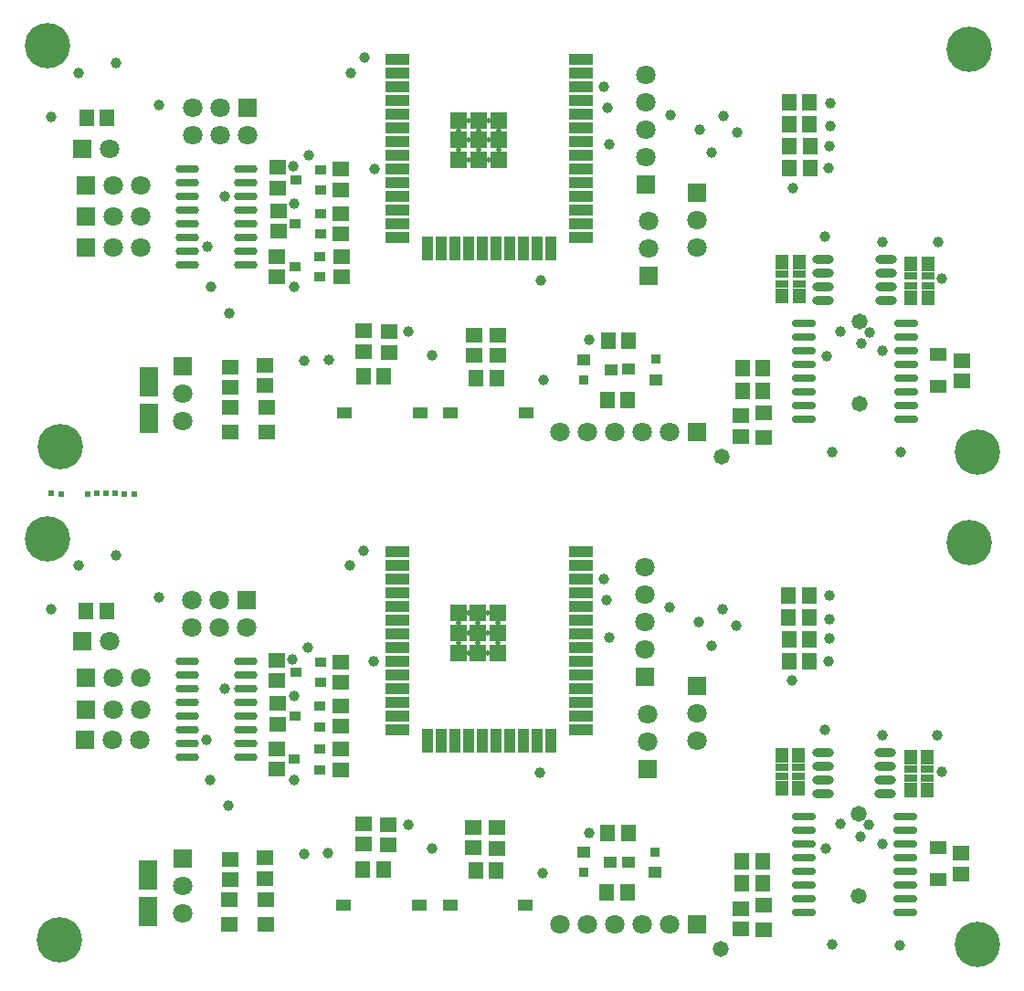
<source format=gts>
G04*
G04 #@! TF.GenerationSoftware,Altium Limited,Altium Designer,21.2.1 (34)*
G04*
G04 Layer_Color=8388736*
%FSTAX24Y24*%
%MOIN*%
G70*
G04*
G04 #@! TF.SameCoordinates,4836809B-9F31-4557-A587-2B421E0CA4AD*
G04*
G04*
G04 #@! TF.FilePolarity,Negative*
G04*
G01*
G75*
%ADD31R,0.0374X0.0354*%
%ADD36O,0.0867X0.0297*%
%ADD37R,0.0671X0.1064*%
%ADD38R,0.0631X0.0552*%
%ADD39R,0.0604X0.0604*%
%ADD40R,0.0867X0.0434*%
%ADD41R,0.0434X0.0867*%
%ADD42R,0.0552X0.0395*%
%ADD43R,0.0552X0.0631*%
%ADD44R,0.0631X0.0474*%
%ADD45R,0.0630X0.0580*%
%ADD46R,0.0434X0.0356*%
%ADD47R,0.0454X0.0434*%
%ADD48R,0.0474X0.0537*%
%ADD49R,0.0474X0.0280*%
%ADD50O,0.0789X0.0316*%
%ADD51O,0.0880X0.0297*%
%ADD52R,0.0710X0.0710*%
%ADD53C,0.0710*%
%ADD54C,0.0198*%
%ADD55R,0.0710X0.0710*%
%ADD56C,0.0237*%
%ADD57C,0.1655*%
%ADD58C,0.0395*%
%ADD59C,0.0580*%
D31*
X034082Y05079D02*
D03*
X036693Y051553D02*
D03*
X036677Y033573D02*
D03*
X034067Y032809D02*
D03*
D36*
X021732Y037024D02*
D03*
Y037524D02*
D03*
Y038024D02*
D03*
Y038524D02*
D03*
Y039024D02*
D03*
Y039524D02*
D03*
Y040024D02*
D03*
Y040524D02*
D03*
X019606Y037024D02*
D03*
Y037524D02*
D03*
Y038024D02*
D03*
Y038524D02*
D03*
Y039024D02*
D03*
Y039524D02*
D03*
Y040024D02*
D03*
Y040524D02*
D03*
X021748Y055004D02*
D03*
Y055504D02*
D03*
Y056004D02*
D03*
Y056504D02*
D03*
Y057004D02*
D03*
Y057504D02*
D03*
Y058004D02*
D03*
Y058504D02*
D03*
X019622Y055004D02*
D03*
Y055504D02*
D03*
Y056004D02*
D03*
Y056504D02*
D03*
Y057004D02*
D03*
Y057504D02*
D03*
Y058004D02*
D03*
Y058504D02*
D03*
D37*
X018189Y032738D02*
D03*
Y0314D02*
D03*
X018205Y050719D02*
D03*
Y04938D02*
D03*
D38*
X021181Y050524D02*
D03*
Y051272D02*
D03*
X02522Y058489D02*
D03*
Y057741D02*
D03*
X022894Y057807D02*
D03*
Y058555D02*
D03*
X02522Y056871D02*
D03*
Y056123D02*
D03*
X022925Y056213D02*
D03*
Y056961D02*
D03*
X02524Y055292D02*
D03*
Y054544D02*
D03*
X022885Y055308D02*
D03*
Y05456D02*
D03*
X026964Y052544D02*
D03*
Y051796D02*
D03*
X030059Y052441D02*
D03*
Y051693D02*
D03*
X030933Y051681D02*
D03*
Y052429D02*
D03*
X026051Y051831D02*
D03*
Y052579D02*
D03*
X022452Y051327D02*
D03*
Y050579D02*
D03*
X047866Y05075D02*
D03*
Y051498D02*
D03*
X039815Y049483D02*
D03*
Y048735D02*
D03*
X030917Y034449D02*
D03*
Y033701D02*
D03*
X030043Y033713D02*
D03*
Y034461D02*
D03*
X026948Y033816D02*
D03*
Y034564D02*
D03*
X02287Y036579D02*
D03*
Y037327D02*
D03*
X025224Y036564D02*
D03*
Y037312D02*
D03*
X02291Y03898D02*
D03*
Y038232D02*
D03*
X025204Y038142D02*
D03*
Y03889D02*
D03*
X022878Y040575D02*
D03*
Y039827D02*
D03*
X039799Y030754D02*
D03*
Y031502D02*
D03*
X04785Y033518D02*
D03*
Y03277D02*
D03*
X021165Y032544D02*
D03*
Y033292D02*
D03*
X022436Y032599D02*
D03*
Y033347D02*
D03*
X026036Y034599D02*
D03*
Y03385D02*
D03*
X025204Y03976D02*
D03*
Y040508D02*
D03*
D39*
X030962Y058821D02*
D03*
X030239D02*
D03*
X029517D02*
D03*
X030962Y059544D02*
D03*
X030239D02*
D03*
X029517D02*
D03*
X030962Y060266D02*
D03*
X030239D02*
D03*
X029517D02*
D03*
X029501Y042286D02*
D03*
X030223D02*
D03*
X030946D02*
D03*
X029501Y041564D02*
D03*
X030223D02*
D03*
X030946D02*
D03*
X029501Y040841D02*
D03*
X030223D02*
D03*
X030946D02*
D03*
D40*
X033979Y062497D02*
D03*
Y061997D02*
D03*
Y061497D02*
D03*
Y060997D02*
D03*
Y060497D02*
D03*
Y059997D02*
D03*
Y059497D02*
D03*
Y058997D02*
D03*
Y058497D02*
D03*
Y057997D02*
D03*
Y057497D02*
D03*
Y056997D02*
D03*
Y056497D02*
D03*
Y055997D02*
D03*
X027286D02*
D03*
Y056497D02*
D03*
Y056997D02*
D03*
Y057497D02*
D03*
Y057997D02*
D03*
Y058497D02*
D03*
Y058997D02*
D03*
Y059497D02*
D03*
Y059997D02*
D03*
Y060497D02*
D03*
Y060997D02*
D03*
Y061497D02*
D03*
Y061997D02*
D03*
Y062497D02*
D03*
X027271Y044516D02*
D03*
Y044016D02*
D03*
Y043516D02*
D03*
Y043016D02*
D03*
Y042516D02*
D03*
Y042016D02*
D03*
Y041516D02*
D03*
Y041016D02*
D03*
Y040516D02*
D03*
Y040016D02*
D03*
Y039516D02*
D03*
Y039016D02*
D03*
Y038516D02*
D03*
Y038016D02*
D03*
X033964D02*
D03*
Y038516D02*
D03*
Y039016D02*
D03*
Y039516D02*
D03*
Y040016D02*
D03*
Y040516D02*
D03*
Y041016D02*
D03*
Y041516D02*
D03*
Y042016D02*
D03*
Y042516D02*
D03*
Y043016D02*
D03*
Y043516D02*
D03*
Y044016D02*
D03*
Y044516D02*
D03*
D41*
X032883Y055603D02*
D03*
X032383D02*
D03*
X031883D02*
D03*
X031383D02*
D03*
X030883D02*
D03*
X030383D02*
D03*
X029883D02*
D03*
X029383D02*
D03*
X028883D02*
D03*
X028383D02*
D03*
X028367Y037623D02*
D03*
X028867D02*
D03*
X029367D02*
D03*
X029867D02*
D03*
X030367D02*
D03*
X030867D02*
D03*
X031367D02*
D03*
X031867D02*
D03*
X032367D02*
D03*
X032867D02*
D03*
D42*
X029208Y049597D02*
D03*
X031964D02*
D03*
X028094D02*
D03*
X025338D02*
D03*
X025323Y031616D02*
D03*
X028079D02*
D03*
X031949D02*
D03*
X029193D02*
D03*
D43*
X030144Y050866D02*
D03*
X030892D02*
D03*
X026777Y050918D02*
D03*
X026029D02*
D03*
X039862Y051211D02*
D03*
X04061D02*
D03*
X039862Y0504D02*
D03*
X04061D02*
D03*
X035683Y05007D02*
D03*
X034935D02*
D03*
X035719Y052227D02*
D03*
X034971D02*
D03*
X041577Y058516D02*
D03*
X042325D02*
D03*
X041579Y059315D02*
D03*
X042327D02*
D03*
X041561Y060118D02*
D03*
X042309D02*
D03*
X041561Y060918D02*
D03*
X042309D02*
D03*
X016675Y06035D02*
D03*
X015927D02*
D03*
X016659Y04237D02*
D03*
X015911D02*
D03*
X040594Y03242D02*
D03*
X039846D02*
D03*
X040594Y033231D02*
D03*
X039846D02*
D03*
X026013Y032938D02*
D03*
X026761D02*
D03*
X030876Y032885D02*
D03*
X030128D02*
D03*
X042294Y042937D02*
D03*
X041546D02*
D03*
X042294Y042138D02*
D03*
X041546D02*
D03*
X042311Y041335D02*
D03*
X041563D02*
D03*
X042309Y040536D02*
D03*
X041561D02*
D03*
X034955Y034247D02*
D03*
X035703D02*
D03*
X034919Y032089D02*
D03*
X035667D02*
D03*
D44*
X047008Y050548D02*
D03*
Y051709D02*
D03*
X046992Y033729D02*
D03*
Y032567D02*
D03*
D45*
X0225Y049804D02*
D03*
Y048904D02*
D03*
X021173Y049808D02*
D03*
Y048908D02*
D03*
X040653Y049589D02*
D03*
Y048689D02*
D03*
X040638Y030709D02*
D03*
Y031609D02*
D03*
X021157Y030927D02*
D03*
Y031827D02*
D03*
X022484Y030924D02*
D03*
Y031824D02*
D03*
D46*
X023575Y058101D02*
D03*
X02448Y057727D02*
D03*
Y058475D02*
D03*
X023555Y056494D02*
D03*
X02446Y05612D02*
D03*
Y056868D02*
D03*
X023539Y054927D02*
D03*
X024445Y054553D02*
D03*
Y055301D02*
D03*
X024429Y037321D02*
D03*
Y036573D02*
D03*
X023523Y036947D02*
D03*
X024445Y038888D02*
D03*
Y03814D02*
D03*
X023539Y038514D02*
D03*
X024464Y040494D02*
D03*
Y039746D02*
D03*
X023559Y04012D02*
D03*
D47*
X034082Y051538D02*
D03*
X035067Y051164D02*
D03*
X036693Y050805D02*
D03*
X035708Y051179D02*
D03*
X035693Y033199D02*
D03*
X036677Y032825D02*
D03*
X035051Y033183D02*
D03*
X034067Y033557D02*
D03*
D48*
X041318Y053867D02*
D03*
Y055087D02*
D03*
X041938Y053867D02*
D03*
Y055087D02*
D03*
X046628Y055015D02*
D03*
Y053795D02*
D03*
X046008Y055015D02*
D03*
Y053795D02*
D03*
X045992Y035815D02*
D03*
Y037035D02*
D03*
X046612Y035815D02*
D03*
Y037035D02*
D03*
X041922Y037107D02*
D03*
Y035887D02*
D03*
X041302Y037107D02*
D03*
Y035887D02*
D03*
D49*
X041317Y054306D02*
D03*
Y054648D02*
D03*
X041938Y054306D02*
D03*
X041938Y054648D02*
D03*
X046628Y054576D02*
D03*
Y054235D02*
D03*
X046007Y054576D02*
D03*
X046008Y054235D02*
D03*
X045992Y036254D02*
D03*
X045991Y036596D02*
D03*
X046613Y036254D02*
D03*
Y036596D02*
D03*
X041922Y036667D02*
D03*
X041922Y036326D02*
D03*
X041301Y036667D02*
D03*
Y036326D02*
D03*
D50*
X042811Y055181D02*
D03*
Y054681D02*
D03*
Y054181D02*
D03*
Y053681D02*
D03*
X045094Y055181D02*
D03*
Y054681D02*
D03*
Y054181D02*
D03*
Y053681D02*
D03*
X045079Y035701D02*
D03*
Y036201D02*
D03*
Y036701D02*
D03*
Y037201D02*
D03*
X042795Y035701D02*
D03*
Y036201D02*
D03*
Y036701D02*
D03*
Y037201D02*
D03*
D51*
X045829Y049355D02*
D03*
Y049855D02*
D03*
Y050355D02*
D03*
Y050855D02*
D03*
Y051355D02*
D03*
Y051855D02*
D03*
Y052355D02*
D03*
Y052855D02*
D03*
X042108Y049355D02*
D03*
Y049855D02*
D03*
Y050355D02*
D03*
Y050855D02*
D03*
Y051355D02*
D03*
Y051855D02*
D03*
Y052355D02*
D03*
Y052855D02*
D03*
X042092Y034874D02*
D03*
Y034374D02*
D03*
Y033874D02*
D03*
Y033374D02*
D03*
Y032874D02*
D03*
Y032374D02*
D03*
Y031874D02*
D03*
Y031374D02*
D03*
X045813Y034874D02*
D03*
Y034374D02*
D03*
Y033874D02*
D03*
Y033374D02*
D03*
Y032874D02*
D03*
Y032374D02*
D03*
Y031874D02*
D03*
Y031374D02*
D03*
D52*
X019437Y033317D02*
D03*
X019453Y051298D02*
D03*
X03822Y057618D02*
D03*
X03633Y057939D02*
D03*
X036425Y054581D02*
D03*
X038205Y039638D02*
D03*
X036315Y039959D02*
D03*
X036409Y036601D02*
D03*
D53*
X019437Y032317D02*
D03*
Y031317D02*
D03*
X021791Y059731D02*
D03*
X020791D02*
D03*
X019791D02*
D03*
X020791Y060731D02*
D03*
X019791D02*
D03*
X017921Y056754D02*
D03*
X016921D02*
D03*
X017913Y057896D02*
D03*
X016913D02*
D03*
X019453Y049298D02*
D03*
Y050298D02*
D03*
X03822Y055618D02*
D03*
Y056618D02*
D03*
X03633Y061939D02*
D03*
Y060939D02*
D03*
Y059939D02*
D03*
Y058939D02*
D03*
X036425Y056581D02*
D03*
Y055581D02*
D03*
X017901Y055632D02*
D03*
X016901D02*
D03*
X016783Y059239D02*
D03*
X037224Y048904D02*
D03*
X036224D02*
D03*
X035224D02*
D03*
X034224D02*
D03*
X033224D02*
D03*
X021775Y04175D02*
D03*
X020775D02*
D03*
X019775D02*
D03*
X020775Y04275D02*
D03*
X019775D02*
D03*
X017905Y038774D02*
D03*
X016905D02*
D03*
X017897Y039916D02*
D03*
X016897D02*
D03*
X038205Y037638D02*
D03*
Y038638D02*
D03*
X036315Y043959D02*
D03*
Y042959D02*
D03*
Y041959D02*
D03*
Y040959D02*
D03*
X036409Y038601D02*
D03*
Y037601D02*
D03*
X017886Y037652D02*
D03*
X016886D02*
D03*
X016767Y041258D02*
D03*
X037208Y030924D02*
D03*
X036208D02*
D03*
X035208D02*
D03*
X034208D02*
D03*
X033208D02*
D03*
D54*
X0306Y058821D02*
D03*
X029878D02*
D03*
X030962Y059183D02*
D03*
X030239D02*
D03*
X029517D02*
D03*
X0306Y059544D02*
D03*
X029878D02*
D03*
X030962Y059905D02*
D03*
X030239D02*
D03*
X029517D02*
D03*
X0306Y060266D02*
D03*
X029878D02*
D03*
X029862Y042286D02*
D03*
X030585D02*
D03*
X029501Y041925D02*
D03*
X030223D02*
D03*
X030946D02*
D03*
X029862Y041564D02*
D03*
X030585D02*
D03*
X029501Y041202D02*
D03*
X030223D02*
D03*
X030946D02*
D03*
X029862Y040841D02*
D03*
X030585D02*
D03*
D55*
X021791Y060731D02*
D03*
X015921Y056754D02*
D03*
X015913Y057896D02*
D03*
X015901Y055632D02*
D03*
X015783Y059239D02*
D03*
X038224Y048904D02*
D03*
X021775Y04275D02*
D03*
X015905Y038774D02*
D03*
X015897Y039916D02*
D03*
X015886Y037652D02*
D03*
X015768Y041258D02*
D03*
X038208Y030924D02*
D03*
D56*
X014992Y046638D02*
D03*
X014638Y04665D02*
D03*
X015972Y046638D02*
D03*
X016311Y046642D02*
D03*
X016646D02*
D03*
X016976D02*
D03*
X017311Y046634D02*
D03*
X017677Y04663D02*
D03*
D57*
X014949Y030366D02*
D03*
X04813Y044874D02*
D03*
X048425Y030181D02*
D03*
X014492Y045008D02*
D03*
X014965Y048346D02*
D03*
X014508Y062988D02*
D03*
X048441Y048161D02*
D03*
X048146Y062854D02*
D03*
D58*
X020315Y037665D02*
D03*
X020963Y039522D02*
D03*
X041685Y039827D02*
D03*
X03828Y041961D02*
D03*
X039157Y042433D02*
D03*
X039644Y041837D02*
D03*
X038732Y041102D02*
D03*
X037213Y042492D02*
D03*
X035008Y041398D02*
D03*
X042992Y040536D02*
D03*
X043051Y042917D02*
D03*
X043035Y041346D02*
D03*
X043047Y042075D02*
D03*
X044177Y034134D02*
D03*
X043441Y03459D02*
D03*
X042913Y033681D02*
D03*
X044484Y034547D02*
D03*
X042874Y038039D02*
D03*
X04698Y037839D02*
D03*
X044963D02*
D03*
X04497Y033872D02*
D03*
X047134Y036496D02*
D03*
X043138Y030181D02*
D03*
X045618Y030165D02*
D03*
X026411Y040514D02*
D03*
X034272Y034264D02*
D03*
X034917Y042756D02*
D03*
X034801Y043514D02*
D03*
X023457Y040606D02*
D03*
X023492Y039244D02*
D03*
Y036201D02*
D03*
X024012Y041024D02*
D03*
X025549Y044014D02*
D03*
X021114Y035248D02*
D03*
X032579Y032807D02*
D03*
X027661Y034575D02*
D03*
X026043Y044567D02*
D03*
X023858Y0335D02*
D03*
X032488Y036453D02*
D03*
X024756Y033531D02*
D03*
X028535Y033705D02*
D03*
X018559Y042843D02*
D03*
X020445Y036205D02*
D03*
X017Y044382D02*
D03*
X01563Y044012D02*
D03*
X014634Y042417D02*
D03*
X017016Y062362D02*
D03*
X020461Y054185D02*
D03*
X023508Y054181D02*
D03*
X026059Y062547D02*
D03*
X032504Y054433D02*
D03*
X034933Y060736D02*
D03*
X034817Y061494D02*
D03*
X038748Y059083D02*
D03*
X039659Y059817D02*
D03*
X04289Y05602D02*
D03*
X043008Y058516D02*
D03*
X046996Y055819D02*
D03*
X01465Y060398D02*
D03*
X015646Y061992D02*
D03*
X020331Y055646D02*
D03*
X02113Y053228D02*
D03*
X023472Y058587D02*
D03*
X023508Y057224D02*
D03*
X027677Y052555D02*
D03*
X028551Y051685D02*
D03*
X032594Y050787D02*
D03*
X037228Y060472D02*
D03*
X042929Y051661D02*
D03*
X043457Y052571D02*
D03*
X0445Y052528D02*
D03*
X018575Y060823D02*
D03*
X020978Y057502D02*
D03*
X024028Y059004D02*
D03*
X026427Y058494D02*
D03*
X035024Y059378D02*
D03*
X038295Y059941D02*
D03*
X043154Y048161D02*
D03*
X044193Y052114D02*
D03*
X044986Y051852D02*
D03*
X044978Y055819D02*
D03*
X043051Y059327D02*
D03*
X043063Y060055D02*
D03*
X043067Y060898D02*
D03*
X045634Y048146D02*
D03*
X04715Y054476D02*
D03*
X023874Y05148D02*
D03*
X024772Y051512D02*
D03*
X025565Y061994D02*
D03*
X034287Y052244D02*
D03*
X041701Y057807D02*
D03*
X039173Y060413D02*
D03*
D59*
X044128Y052927D02*
D03*
X044126Y049933D02*
D03*
X04411Y031953D02*
D03*
X044112Y034947D02*
D03*
X039079Y03002D02*
D03*
X039094Y048D02*
D03*
M02*

</source>
